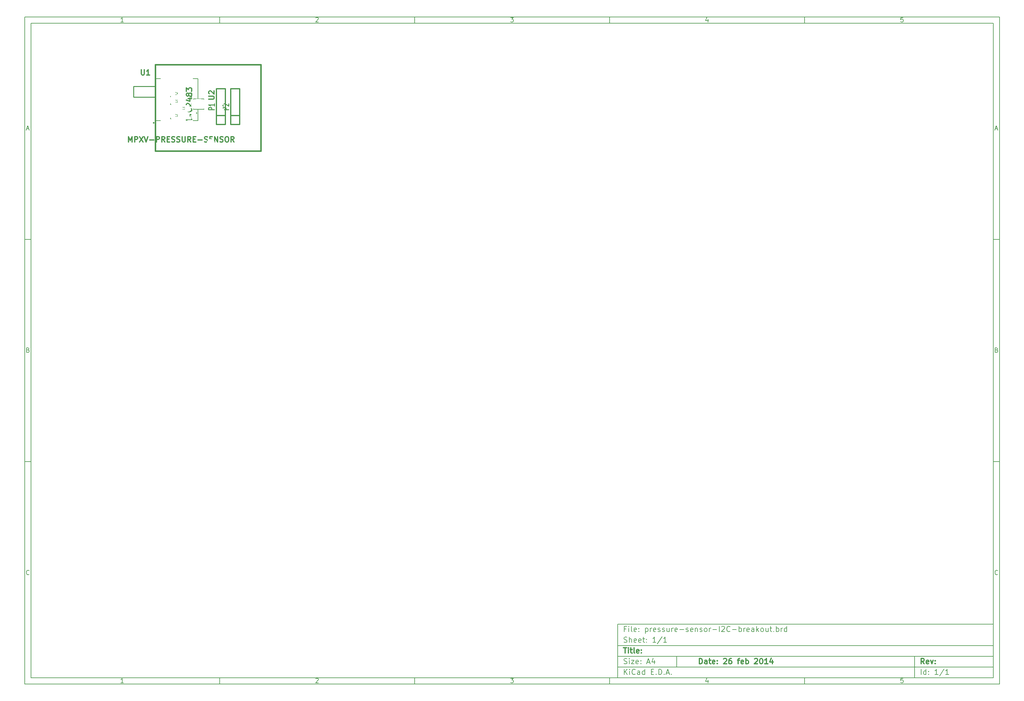
<source format=gto>
G04 (created by PCBNEW-RS274X (2012-apr-16-27)-stable) date Thu 27 Feb 2014 00:38:27 NZDT*
G01*
G70*
G90*
%MOIN*%
G04 Gerber Fmt 3.4, Leading zero omitted, Abs format*
%FSLAX34Y34*%
G04 APERTURE LIST*
%ADD10C,0.006000*%
%ADD11C,0.012000*%
%ADD12C,0.015000*%
%ADD13C,0.005000*%
%ADD14C,0.009600*%
%ADD15C,0.007800*%
%ADD16C,0.015700*%
%ADD17C,0.010700*%
%ADD18R,0.055000X0.075000*%
%ADD19R,0.075000X0.075000*%
%ADD20C,0.075000*%
%ADD21R,0.059300X0.142000*%
%ADD22O,0.051400X0.029800*%
%ADD23R,0.059300X0.113700*%
%ADD24C,0.055000*%
%ADD25C,0.090000*%
G04 APERTURE END LIST*
G54D10*
X04000Y-04000D02*
X113000Y-04000D01*
X113000Y-78670D01*
X04000Y-78670D01*
X04000Y-04000D01*
X04700Y-04700D02*
X112300Y-04700D01*
X112300Y-77970D01*
X04700Y-77970D01*
X04700Y-04700D01*
X25800Y-04000D02*
X25800Y-04700D01*
X15043Y-04552D02*
X14757Y-04552D01*
X14900Y-04552D02*
X14900Y-04052D01*
X14852Y-04124D01*
X14805Y-04171D01*
X14757Y-04195D01*
X25800Y-78670D02*
X25800Y-77970D01*
X15043Y-78522D02*
X14757Y-78522D01*
X14900Y-78522D02*
X14900Y-78022D01*
X14852Y-78094D01*
X14805Y-78141D01*
X14757Y-78165D01*
X47600Y-04000D02*
X47600Y-04700D01*
X36557Y-04100D02*
X36581Y-04076D01*
X36629Y-04052D01*
X36748Y-04052D01*
X36795Y-04076D01*
X36819Y-04100D01*
X36843Y-04148D01*
X36843Y-04195D01*
X36819Y-04267D01*
X36533Y-04552D01*
X36843Y-04552D01*
X47600Y-78670D02*
X47600Y-77970D01*
X36557Y-78070D02*
X36581Y-78046D01*
X36629Y-78022D01*
X36748Y-78022D01*
X36795Y-78046D01*
X36819Y-78070D01*
X36843Y-78118D01*
X36843Y-78165D01*
X36819Y-78237D01*
X36533Y-78522D01*
X36843Y-78522D01*
X69400Y-04000D02*
X69400Y-04700D01*
X58333Y-04052D02*
X58643Y-04052D01*
X58476Y-04243D01*
X58548Y-04243D01*
X58595Y-04267D01*
X58619Y-04290D01*
X58643Y-04338D01*
X58643Y-04457D01*
X58619Y-04505D01*
X58595Y-04529D01*
X58548Y-04552D01*
X58405Y-04552D01*
X58357Y-04529D01*
X58333Y-04505D01*
X69400Y-78670D02*
X69400Y-77970D01*
X58333Y-78022D02*
X58643Y-78022D01*
X58476Y-78213D01*
X58548Y-78213D01*
X58595Y-78237D01*
X58619Y-78260D01*
X58643Y-78308D01*
X58643Y-78427D01*
X58619Y-78475D01*
X58595Y-78499D01*
X58548Y-78522D01*
X58405Y-78522D01*
X58357Y-78499D01*
X58333Y-78475D01*
X91200Y-04000D02*
X91200Y-04700D01*
X80395Y-04219D02*
X80395Y-04552D01*
X80276Y-04029D02*
X80157Y-04386D01*
X80467Y-04386D01*
X91200Y-78670D02*
X91200Y-77970D01*
X80395Y-78189D02*
X80395Y-78522D01*
X80276Y-77999D02*
X80157Y-78356D01*
X80467Y-78356D01*
X102219Y-04052D02*
X101981Y-04052D01*
X101957Y-04290D01*
X101981Y-04267D01*
X102029Y-04243D01*
X102148Y-04243D01*
X102195Y-04267D01*
X102219Y-04290D01*
X102243Y-04338D01*
X102243Y-04457D01*
X102219Y-04505D01*
X102195Y-04529D01*
X102148Y-04552D01*
X102029Y-04552D01*
X101981Y-04529D01*
X101957Y-04505D01*
X102219Y-78022D02*
X101981Y-78022D01*
X101957Y-78260D01*
X101981Y-78237D01*
X102029Y-78213D01*
X102148Y-78213D01*
X102195Y-78237D01*
X102219Y-78260D01*
X102243Y-78308D01*
X102243Y-78427D01*
X102219Y-78475D01*
X102195Y-78499D01*
X102148Y-78522D01*
X102029Y-78522D01*
X101981Y-78499D01*
X101957Y-78475D01*
X04000Y-28890D02*
X04700Y-28890D01*
X04231Y-16510D02*
X04469Y-16510D01*
X04184Y-16652D02*
X04350Y-16152D01*
X04517Y-16652D01*
X113000Y-28890D02*
X112300Y-28890D01*
X112531Y-16510D02*
X112769Y-16510D01*
X112484Y-16652D02*
X112650Y-16152D01*
X112817Y-16652D01*
X04000Y-53780D02*
X04700Y-53780D01*
X04386Y-41280D02*
X04457Y-41304D01*
X04481Y-41328D01*
X04505Y-41376D01*
X04505Y-41447D01*
X04481Y-41495D01*
X04457Y-41519D01*
X04410Y-41542D01*
X04219Y-41542D01*
X04219Y-41042D01*
X04386Y-41042D01*
X04433Y-41066D01*
X04457Y-41090D01*
X04481Y-41138D01*
X04481Y-41185D01*
X04457Y-41233D01*
X04433Y-41257D01*
X04386Y-41280D01*
X04219Y-41280D01*
X113000Y-53780D02*
X112300Y-53780D01*
X112686Y-41280D02*
X112757Y-41304D01*
X112781Y-41328D01*
X112805Y-41376D01*
X112805Y-41447D01*
X112781Y-41495D01*
X112757Y-41519D01*
X112710Y-41542D01*
X112519Y-41542D01*
X112519Y-41042D01*
X112686Y-41042D01*
X112733Y-41066D01*
X112757Y-41090D01*
X112781Y-41138D01*
X112781Y-41185D01*
X112757Y-41233D01*
X112733Y-41257D01*
X112686Y-41280D01*
X112519Y-41280D01*
X04505Y-66385D02*
X04481Y-66409D01*
X04410Y-66432D01*
X04362Y-66432D01*
X04290Y-66409D01*
X04243Y-66361D01*
X04219Y-66313D01*
X04195Y-66218D01*
X04195Y-66147D01*
X04219Y-66051D01*
X04243Y-66004D01*
X04290Y-65956D01*
X04362Y-65932D01*
X04410Y-65932D01*
X04481Y-65956D01*
X04505Y-65980D01*
X112805Y-66385D02*
X112781Y-66409D01*
X112710Y-66432D01*
X112662Y-66432D01*
X112590Y-66409D01*
X112543Y-66361D01*
X112519Y-66313D01*
X112495Y-66218D01*
X112495Y-66147D01*
X112519Y-66051D01*
X112543Y-66004D01*
X112590Y-65956D01*
X112662Y-65932D01*
X112710Y-65932D01*
X112781Y-65956D01*
X112805Y-65980D01*
G54D11*
X79443Y-76413D02*
X79443Y-75813D01*
X79586Y-75813D01*
X79671Y-75841D01*
X79729Y-75899D01*
X79757Y-75956D01*
X79786Y-76070D01*
X79786Y-76156D01*
X79757Y-76270D01*
X79729Y-76327D01*
X79671Y-76384D01*
X79586Y-76413D01*
X79443Y-76413D01*
X80300Y-76413D02*
X80300Y-76099D01*
X80271Y-76041D01*
X80214Y-76013D01*
X80100Y-76013D01*
X80043Y-76041D01*
X80300Y-76384D02*
X80243Y-76413D01*
X80100Y-76413D01*
X80043Y-76384D01*
X80014Y-76327D01*
X80014Y-76270D01*
X80043Y-76213D01*
X80100Y-76184D01*
X80243Y-76184D01*
X80300Y-76156D01*
X80500Y-76013D02*
X80729Y-76013D01*
X80586Y-75813D02*
X80586Y-76327D01*
X80614Y-76384D01*
X80672Y-76413D01*
X80729Y-76413D01*
X81157Y-76384D02*
X81100Y-76413D01*
X80986Y-76413D01*
X80929Y-76384D01*
X80900Y-76327D01*
X80900Y-76099D01*
X80929Y-76041D01*
X80986Y-76013D01*
X81100Y-76013D01*
X81157Y-76041D01*
X81186Y-76099D01*
X81186Y-76156D01*
X80900Y-76213D01*
X81443Y-76356D02*
X81471Y-76384D01*
X81443Y-76413D01*
X81414Y-76384D01*
X81443Y-76356D01*
X81443Y-76413D01*
X81443Y-76041D02*
X81471Y-76070D01*
X81443Y-76099D01*
X81414Y-76070D01*
X81443Y-76041D01*
X81443Y-76099D01*
X82157Y-75870D02*
X82186Y-75841D01*
X82243Y-75813D01*
X82386Y-75813D01*
X82443Y-75841D01*
X82472Y-75870D01*
X82500Y-75927D01*
X82500Y-75984D01*
X82472Y-76070D01*
X82129Y-76413D01*
X82500Y-76413D01*
X83014Y-75813D02*
X82900Y-75813D01*
X82843Y-75841D01*
X82814Y-75870D01*
X82757Y-75956D01*
X82728Y-76070D01*
X82728Y-76299D01*
X82757Y-76356D01*
X82785Y-76384D01*
X82843Y-76413D01*
X82957Y-76413D01*
X83014Y-76384D01*
X83043Y-76356D01*
X83071Y-76299D01*
X83071Y-76156D01*
X83043Y-76099D01*
X83014Y-76070D01*
X82957Y-76041D01*
X82843Y-76041D01*
X82785Y-76070D01*
X82757Y-76099D01*
X82728Y-76156D01*
X83699Y-76013D02*
X83928Y-76013D01*
X83785Y-76413D02*
X83785Y-75899D01*
X83813Y-75841D01*
X83871Y-75813D01*
X83928Y-75813D01*
X84356Y-76384D02*
X84299Y-76413D01*
X84185Y-76413D01*
X84128Y-76384D01*
X84099Y-76327D01*
X84099Y-76099D01*
X84128Y-76041D01*
X84185Y-76013D01*
X84299Y-76013D01*
X84356Y-76041D01*
X84385Y-76099D01*
X84385Y-76156D01*
X84099Y-76213D01*
X84642Y-76413D02*
X84642Y-75813D01*
X84642Y-76041D02*
X84699Y-76013D01*
X84813Y-76013D01*
X84870Y-76041D01*
X84899Y-76070D01*
X84928Y-76127D01*
X84928Y-76299D01*
X84899Y-76356D01*
X84870Y-76384D01*
X84813Y-76413D01*
X84699Y-76413D01*
X84642Y-76384D01*
X85613Y-75870D02*
X85642Y-75841D01*
X85699Y-75813D01*
X85842Y-75813D01*
X85899Y-75841D01*
X85928Y-75870D01*
X85956Y-75927D01*
X85956Y-75984D01*
X85928Y-76070D01*
X85585Y-76413D01*
X85956Y-76413D01*
X86327Y-75813D02*
X86384Y-75813D01*
X86441Y-75841D01*
X86470Y-75870D01*
X86499Y-75927D01*
X86527Y-76041D01*
X86527Y-76184D01*
X86499Y-76299D01*
X86470Y-76356D01*
X86441Y-76384D01*
X86384Y-76413D01*
X86327Y-76413D01*
X86270Y-76384D01*
X86241Y-76356D01*
X86213Y-76299D01*
X86184Y-76184D01*
X86184Y-76041D01*
X86213Y-75927D01*
X86241Y-75870D01*
X86270Y-75841D01*
X86327Y-75813D01*
X87098Y-76413D02*
X86755Y-76413D01*
X86927Y-76413D02*
X86927Y-75813D01*
X86870Y-75899D01*
X86812Y-75956D01*
X86755Y-75984D01*
X87612Y-76013D02*
X87612Y-76413D01*
X87469Y-75784D02*
X87326Y-76213D01*
X87698Y-76213D01*
G54D10*
X71043Y-77613D02*
X71043Y-77013D01*
X71386Y-77613D02*
X71129Y-77270D01*
X71386Y-77013D02*
X71043Y-77356D01*
X71643Y-77613D02*
X71643Y-77213D01*
X71643Y-77013D02*
X71614Y-77041D01*
X71643Y-77070D01*
X71671Y-77041D01*
X71643Y-77013D01*
X71643Y-77070D01*
X72272Y-77556D02*
X72243Y-77584D01*
X72157Y-77613D01*
X72100Y-77613D01*
X72015Y-77584D01*
X71957Y-77527D01*
X71929Y-77470D01*
X71900Y-77356D01*
X71900Y-77270D01*
X71929Y-77156D01*
X71957Y-77099D01*
X72015Y-77041D01*
X72100Y-77013D01*
X72157Y-77013D01*
X72243Y-77041D01*
X72272Y-77070D01*
X72786Y-77613D02*
X72786Y-77299D01*
X72757Y-77241D01*
X72700Y-77213D01*
X72586Y-77213D01*
X72529Y-77241D01*
X72786Y-77584D02*
X72729Y-77613D01*
X72586Y-77613D01*
X72529Y-77584D01*
X72500Y-77527D01*
X72500Y-77470D01*
X72529Y-77413D01*
X72586Y-77384D01*
X72729Y-77384D01*
X72786Y-77356D01*
X73329Y-77613D02*
X73329Y-77013D01*
X73329Y-77584D02*
X73272Y-77613D01*
X73158Y-77613D01*
X73100Y-77584D01*
X73072Y-77556D01*
X73043Y-77499D01*
X73043Y-77327D01*
X73072Y-77270D01*
X73100Y-77241D01*
X73158Y-77213D01*
X73272Y-77213D01*
X73329Y-77241D01*
X74072Y-77299D02*
X74272Y-77299D01*
X74358Y-77613D02*
X74072Y-77613D01*
X74072Y-77013D01*
X74358Y-77013D01*
X74615Y-77556D02*
X74643Y-77584D01*
X74615Y-77613D01*
X74586Y-77584D01*
X74615Y-77556D01*
X74615Y-77613D01*
X74901Y-77613D02*
X74901Y-77013D01*
X75044Y-77013D01*
X75129Y-77041D01*
X75187Y-77099D01*
X75215Y-77156D01*
X75244Y-77270D01*
X75244Y-77356D01*
X75215Y-77470D01*
X75187Y-77527D01*
X75129Y-77584D01*
X75044Y-77613D01*
X74901Y-77613D01*
X75501Y-77556D02*
X75529Y-77584D01*
X75501Y-77613D01*
X75472Y-77584D01*
X75501Y-77556D01*
X75501Y-77613D01*
X75758Y-77441D02*
X76044Y-77441D01*
X75701Y-77613D02*
X75901Y-77013D01*
X76101Y-77613D01*
X76301Y-77556D02*
X76329Y-77584D01*
X76301Y-77613D01*
X76272Y-77584D01*
X76301Y-77556D01*
X76301Y-77613D01*
G54D11*
X104586Y-76413D02*
X104386Y-76127D01*
X104243Y-76413D02*
X104243Y-75813D01*
X104471Y-75813D01*
X104529Y-75841D01*
X104557Y-75870D01*
X104586Y-75927D01*
X104586Y-76013D01*
X104557Y-76070D01*
X104529Y-76099D01*
X104471Y-76127D01*
X104243Y-76127D01*
X105071Y-76384D02*
X105014Y-76413D01*
X104900Y-76413D01*
X104843Y-76384D01*
X104814Y-76327D01*
X104814Y-76099D01*
X104843Y-76041D01*
X104900Y-76013D01*
X105014Y-76013D01*
X105071Y-76041D01*
X105100Y-76099D01*
X105100Y-76156D01*
X104814Y-76213D01*
X105300Y-76013D02*
X105443Y-76413D01*
X105585Y-76013D01*
X105814Y-76356D02*
X105842Y-76384D01*
X105814Y-76413D01*
X105785Y-76384D01*
X105814Y-76356D01*
X105814Y-76413D01*
X105814Y-76041D02*
X105842Y-76070D01*
X105814Y-76099D01*
X105785Y-76070D01*
X105814Y-76041D01*
X105814Y-76099D01*
G54D10*
X71014Y-76384D02*
X71100Y-76413D01*
X71243Y-76413D01*
X71300Y-76384D01*
X71329Y-76356D01*
X71357Y-76299D01*
X71357Y-76241D01*
X71329Y-76184D01*
X71300Y-76156D01*
X71243Y-76127D01*
X71129Y-76099D01*
X71071Y-76070D01*
X71043Y-76041D01*
X71014Y-75984D01*
X71014Y-75927D01*
X71043Y-75870D01*
X71071Y-75841D01*
X71129Y-75813D01*
X71271Y-75813D01*
X71357Y-75841D01*
X71614Y-76413D02*
X71614Y-76013D01*
X71614Y-75813D02*
X71585Y-75841D01*
X71614Y-75870D01*
X71642Y-75841D01*
X71614Y-75813D01*
X71614Y-75870D01*
X71843Y-76013D02*
X72157Y-76013D01*
X71843Y-76413D01*
X72157Y-76413D01*
X72614Y-76384D02*
X72557Y-76413D01*
X72443Y-76413D01*
X72386Y-76384D01*
X72357Y-76327D01*
X72357Y-76099D01*
X72386Y-76041D01*
X72443Y-76013D01*
X72557Y-76013D01*
X72614Y-76041D01*
X72643Y-76099D01*
X72643Y-76156D01*
X72357Y-76213D01*
X72900Y-76356D02*
X72928Y-76384D01*
X72900Y-76413D01*
X72871Y-76384D01*
X72900Y-76356D01*
X72900Y-76413D01*
X72900Y-76041D02*
X72928Y-76070D01*
X72900Y-76099D01*
X72871Y-76070D01*
X72900Y-76041D01*
X72900Y-76099D01*
X73614Y-76241D02*
X73900Y-76241D01*
X73557Y-76413D02*
X73757Y-75813D01*
X73957Y-76413D01*
X74414Y-76013D02*
X74414Y-76413D01*
X74271Y-75784D02*
X74128Y-76213D01*
X74500Y-76213D01*
X104243Y-77613D02*
X104243Y-77013D01*
X104786Y-77613D02*
X104786Y-77013D01*
X104786Y-77584D02*
X104729Y-77613D01*
X104615Y-77613D01*
X104557Y-77584D01*
X104529Y-77556D01*
X104500Y-77499D01*
X104500Y-77327D01*
X104529Y-77270D01*
X104557Y-77241D01*
X104615Y-77213D01*
X104729Y-77213D01*
X104786Y-77241D01*
X105072Y-77556D02*
X105100Y-77584D01*
X105072Y-77613D01*
X105043Y-77584D01*
X105072Y-77556D01*
X105072Y-77613D01*
X105072Y-77241D02*
X105100Y-77270D01*
X105072Y-77299D01*
X105043Y-77270D01*
X105072Y-77241D01*
X105072Y-77299D01*
X106129Y-77613D02*
X105786Y-77613D01*
X105958Y-77613D02*
X105958Y-77013D01*
X105901Y-77099D01*
X105843Y-77156D01*
X105786Y-77184D01*
X106814Y-76984D02*
X106300Y-77756D01*
X107329Y-77613D02*
X106986Y-77613D01*
X107158Y-77613D02*
X107158Y-77013D01*
X107101Y-77099D01*
X107043Y-77156D01*
X106986Y-77184D01*
G54D11*
X70957Y-74613D02*
X71300Y-74613D01*
X71129Y-75213D02*
X71129Y-74613D01*
X71500Y-75213D02*
X71500Y-74813D01*
X71500Y-74613D02*
X71471Y-74641D01*
X71500Y-74670D01*
X71528Y-74641D01*
X71500Y-74613D01*
X71500Y-74670D01*
X71700Y-74813D02*
X71929Y-74813D01*
X71786Y-74613D02*
X71786Y-75127D01*
X71814Y-75184D01*
X71872Y-75213D01*
X71929Y-75213D01*
X72215Y-75213D02*
X72157Y-75184D01*
X72129Y-75127D01*
X72129Y-74613D01*
X72671Y-75184D02*
X72614Y-75213D01*
X72500Y-75213D01*
X72443Y-75184D01*
X72414Y-75127D01*
X72414Y-74899D01*
X72443Y-74841D01*
X72500Y-74813D01*
X72614Y-74813D01*
X72671Y-74841D01*
X72700Y-74899D01*
X72700Y-74956D01*
X72414Y-75013D01*
X72957Y-75156D02*
X72985Y-75184D01*
X72957Y-75213D01*
X72928Y-75184D01*
X72957Y-75156D01*
X72957Y-75213D01*
X72957Y-74841D02*
X72985Y-74870D01*
X72957Y-74899D01*
X72928Y-74870D01*
X72957Y-74841D01*
X72957Y-74899D01*
G54D10*
X71243Y-72499D02*
X71043Y-72499D01*
X71043Y-72813D02*
X71043Y-72213D01*
X71329Y-72213D01*
X71557Y-72813D02*
X71557Y-72413D01*
X71557Y-72213D02*
X71528Y-72241D01*
X71557Y-72270D01*
X71585Y-72241D01*
X71557Y-72213D01*
X71557Y-72270D01*
X71929Y-72813D02*
X71871Y-72784D01*
X71843Y-72727D01*
X71843Y-72213D01*
X72385Y-72784D02*
X72328Y-72813D01*
X72214Y-72813D01*
X72157Y-72784D01*
X72128Y-72727D01*
X72128Y-72499D01*
X72157Y-72441D01*
X72214Y-72413D01*
X72328Y-72413D01*
X72385Y-72441D01*
X72414Y-72499D01*
X72414Y-72556D01*
X72128Y-72613D01*
X72671Y-72756D02*
X72699Y-72784D01*
X72671Y-72813D01*
X72642Y-72784D01*
X72671Y-72756D01*
X72671Y-72813D01*
X72671Y-72441D02*
X72699Y-72470D01*
X72671Y-72499D01*
X72642Y-72470D01*
X72671Y-72441D01*
X72671Y-72499D01*
X73414Y-72413D02*
X73414Y-73013D01*
X73414Y-72441D02*
X73471Y-72413D01*
X73585Y-72413D01*
X73642Y-72441D01*
X73671Y-72470D01*
X73700Y-72527D01*
X73700Y-72699D01*
X73671Y-72756D01*
X73642Y-72784D01*
X73585Y-72813D01*
X73471Y-72813D01*
X73414Y-72784D01*
X73957Y-72813D02*
X73957Y-72413D01*
X73957Y-72527D02*
X73985Y-72470D01*
X74014Y-72441D01*
X74071Y-72413D01*
X74128Y-72413D01*
X74556Y-72784D02*
X74499Y-72813D01*
X74385Y-72813D01*
X74328Y-72784D01*
X74299Y-72727D01*
X74299Y-72499D01*
X74328Y-72441D01*
X74385Y-72413D01*
X74499Y-72413D01*
X74556Y-72441D01*
X74585Y-72499D01*
X74585Y-72556D01*
X74299Y-72613D01*
X74813Y-72784D02*
X74870Y-72813D01*
X74985Y-72813D01*
X75042Y-72784D01*
X75070Y-72727D01*
X75070Y-72699D01*
X75042Y-72641D01*
X74985Y-72613D01*
X74899Y-72613D01*
X74842Y-72584D01*
X74813Y-72527D01*
X74813Y-72499D01*
X74842Y-72441D01*
X74899Y-72413D01*
X74985Y-72413D01*
X75042Y-72441D01*
X75299Y-72784D02*
X75356Y-72813D01*
X75471Y-72813D01*
X75528Y-72784D01*
X75556Y-72727D01*
X75556Y-72699D01*
X75528Y-72641D01*
X75471Y-72613D01*
X75385Y-72613D01*
X75328Y-72584D01*
X75299Y-72527D01*
X75299Y-72499D01*
X75328Y-72441D01*
X75385Y-72413D01*
X75471Y-72413D01*
X75528Y-72441D01*
X76071Y-72413D02*
X76071Y-72813D01*
X75814Y-72413D02*
X75814Y-72727D01*
X75842Y-72784D01*
X75900Y-72813D01*
X75985Y-72813D01*
X76042Y-72784D01*
X76071Y-72756D01*
X76357Y-72813D02*
X76357Y-72413D01*
X76357Y-72527D02*
X76385Y-72470D01*
X76414Y-72441D01*
X76471Y-72413D01*
X76528Y-72413D01*
X76956Y-72784D02*
X76899Y-72813D01*
X76785Y-72813D01*
X76728Y-72784D01*
X76699Y-72727D01*
X76699Y-72499D01*
X76728Y-72441D01*
X76785Y-72413D01*
X76899Y-72413D01*
X76956Y-72441D01*
X76985Y-72499D01*
X76985Y-72556D01*
X76699Y-72613D01*
X77242Y-72584D02*
X77699Y-72584D01*
X77956Y-72784D02*
X78013Y-72813D01*
X78128Y-72813D01*
X78185Y-72784D01*
X78213Y-72727D01*
X78213Y-72699D01*
X78185Y-72641D01*
X78128Y-72613D01*
X78042Y-72613D01*
X77985Y-72584D01*
X77956Y-72527D01*
X77956Y-72499D01*
X77985Y-72441D01*
X78042Y-72413D01*
X78128Y-72413D01*
X78185Y-72441D01*
X78699Y-72784D02*
X78642Y-72813D01*
X78528Y-72813D01*
X78471Y-72784D01*
X78442Y-72727D01*
X78442Y-72499D01*
X78471Y-72441D01*
X78528Y-72413D01*
X78642Y-72413D01*
X78699Y-72441D01*
X78728Y-72499D01*
X78728Y-72556D01*
X78442Y-72613D01*
X78985Y-72413D02*
X78985Y-72813D01*
X78985Y-72470D02*
X79013Y-72441D01*
X79071Y-72413D01*
X79156Y-72413D01*
X79213Y-72441D01*
X79242Y-72499D01*
X79242Y-72813D01*
X79499Y-72784D02*
X79556Y-72813D01*
X79671Y-72813D01*
X79728Y-72784D01*
X79756Y-72727D01*
X79756Y-72699D01*
X79728Y-72641D01*
X79671Y-72613D01*
X79585Y-72613D01*
X79528Y-72584D01*
X79499Y-72527D01*
X79499Y-72499D01*
X79528Y-72441D01*
X79585Y-72413D01*
X79671Y-72413D01*
X79728Y-72441D01*
X80100Y-72813D02*
X80042Y-72784D01*
X80014Y-72756D01*
X79985Y-72699D01*
X79985Y-72527D01*
X80014Y-72470D01*
X80042Y-72441D01*
X80100Y-72413D01*
X80185Y-72413D01*
X80242Y-72441D01*
X80271Y-72470D01*
X80300Y-72527D01*
X80300Y-72699D01*
X80271Y-72756D01*
X80242Y-72784D01*
X80185Y-72813D01*
X80100Y-72813D01*
X80557Y-72813D02*
X80557Y-72413D01*
X80557Y-72527D02*
X80585Y-72470D01*
X80614Y-72441D01*
X80671Y-72413D01*
X80728Y-72413D01*
X80928Y-72584D02*
X81385Y-72584D01*
X81671Y-72813D02*
X81671Y-72213D01*
X81928Y-72270D02*
X81957Y-72241D01*
X82014Y-72213D01*
X82157Y-72213D01*
X82214Y-72241D01*
X82243Y-72270D01*
X82271Y-72327D01*
X82271Y-72384D01*
X82243Y-72470D01*
X81900Y-72813D01*
X82271Y-72813D01*
X82871Y-72756D02*
X82842Y-72784D01*
X82756Y-72813D01*
X82699Y-72813D01*
X82614Y-72784D01*
X82556Y-72727D01*
X82528Y-72670D01*
X82499Y-72556D01*
X82499Y-72470D01*
X82528Y-72356D01*
X82556Y-72299D01*
X82614Y-72241D01*
X82699Y-72213D01*
X82756Y-72213D01*
X82842Y-72241D01*
X82871Y-72270D01*
X83128Y-72584D02*
X83585Y-72584D01*
X83871Y-72813D02*
X83871Y-72213D01*
X83871Y-72441D02*
X83928Y-72413D01*
X84042Y-72413D01*
X84099Y-72441D01*
X84128Y-72470D01*
X84157Y-72527D01*
X84157Y-72699D01*
X84128Y-72756D01*
X84099Y-72784D01*
X84042Y-72813D01*
X83928Y-72813D01*
X83871Y-72784D01*
X84414Y-72813D02*
X84414Y-72413D01*
X84414Y-72527D02*
X84442Y-72470D01*
X84471Y-72441D01*
X84528Y-72413D01*
X84585Y-72413D01*
X85013Y-72784D02*
X84956Y-72813D01*
X84842Y-72813D01*
X84785Y-72784D01*
X84756Y-72727D01*
X84756Y-72499D01*
X84785Y-72441D01*
X84842Y-72413D01*
X84956Y-72413D01*
X85013Y-72441D01*
X85042Y-72499D01*
X85042Y-72556D01*
X84756Y-72613D01*
X85556Y-72813D02*
X85556Y-72499D01*
X85527Y-72441D01*
X85470Y-72413D01*
X85356Y-72413D01*
X85299Y-72441D01*
X85556Y-72784D02*
X85499Y-72813D01*
X85356Y-72813D01*
X85299Y-72784D01*
X85270Y-72727D01*
X85270Y-72670D01*
X85299Y-72613D01*
X85356Y-72584D01*
X85499Y-72584D01*
X85556Y-72556D01*
X85842Y-72813D02*
X85842Y-72213D01*
X85899Y-72584D02*
X86070Y-72813D01*
X86070Y-72413D02*
X85842Y-72641D01*
X86414Y-72813D02*
X86356Y-72784D01*
X86328Y-72756D01*
X86299Y-72699D01*
X86299Y-72527D01*
X86328Y-72470D01*
X86356Y-72441D01*
X86414Y-72413D01*
X86499Y-72413D01*
X86556Y-72441D01*
X86585Y-72470D01*
X86614Y-72527D01*
X86614Y-72699D01*
X86585Y-72756D01*
X86556Y-72784D01*
X86499Y-72813D01*
X86414Y-72813D01*
X87128Y-72413D02*
X87128Y-72813D01*
X86871Y-72413D02*
X86871Y-72727D01*
X86899Y-72784D01*
X86957Y-72813D01*
X87042Y-72813D01*
X87099Y-72784D01*
X87128Y-72756D01*
X87328Y-72413D02*
X87557Y-72413D01*
X87414Y-72213D02*
X87414Y-72727D01*
X87442Y-72784D01*
X87500Y-72813D01*
X87557Y-72813D01*
X87757Y-72756D02*
X87785Y-72784D01*
X87757Y-72813D01*
X87728Y-72784D01*
X87757Y-72756D01*
X87757Y-72813D01*
X88043Y-72813D02*
X88043Y-72213D01*
X88043Y-72441D02*
X88100Y-72413D01*
X88214Y-72413D01*
X88271Y-72441D01*
X88300Y-72470D01*
X88329Y-72527D01*
X88329Y-72699D01*
X88300Y-72756D01*
X88271Y-72784D01*
X88214Y-72813D01*
X88100Y-72813D01*
X88043Y-72784D01*
X88586Y-72813D02*
X88586Y-72413D01*
X88586Y-72527D02*
X88614Y-72470D01*
X88643Y-72441D01*
X88700Y-72413D01*
X88757Y-72413D01*
X89214Y-72813D02*
X89214Y-72213D01*
X89214Y-72784D02*
X89157Y-72813D01*
X89043Y-72813D01*
X88985Y-72784D01*
X88957Y-72756D01*
X88928Y-72699D01*
X88928Y-72527D01*
X88957Y-72470D01*
X88985Y-72441D01*
X89043Y-72413D01*
X89157Y-72413D01*
X89214Y-72441D01*
X71014Y-73984D02*
X71100Y-74013D01*
X71243Y-74013D01*
X71300Y-73984D01*
X71329Y-73956D01*
X71357Y-73899D01*
X71357Y-73841D01*
X71329Y-73784D01*
X71300Y-73756D01*
X71243Y-73727D01*
X71129Y-73699D01*
X71071Y-73670D01*
X71043Y-73641D01*
X71014Y-73584D01*
X71014Y-73527D01*
X71043Y-73470D01*
X71071Y-73441D01*
X71129Y-73413D01*
X71271Y-73413D01*
X71357Y-73441D01*
X71614Y-74013D02*
X71614Y-73413D01*
X71871Y-74013D02*
X71871Y-73699D01*
X71842Y-73641D01*
X71785Y-73613D01*
X71700Y-73613D01*
X71642Y-73641D01*
X71614Y-73670D01*
X72385Y-73984D02*
X72328Y-74013D01*
X72214Y-74013D01*
X72157Y-73984D01*
X72128Y-73927D01*
X72128Y-73699D01*
X72157Y-73641D01*
X72214Y-73613D01*
X72328Y-73613D01*
X72385Y-73641D01*
X72414Y-73699D01*
X72414Y-73756D01*
X72128Y-73813D01*
X72899Y-73984D02*
X72842Y-74013D01*
X72728Y-74013D01*
X72671Y-73984D01*
X72642Y-73927D01*
X72642Y-73699D01*
X72671Y-73641D01*
X72728Y-73613D01*
X72842Y-73613D01*
X72899Y-73641D01*
X72928Y-73699D01*
X72928Y-73756D01*
X72642Y-73813D01*
X73099Y-73613D02*
X73328Y-73613D01*
X73185Y-73413D02*
X73185Y-73927D01*
X73213Y-73984D01*
X73271Y-74013D01*
X73328Y-74013D01*
X73528Y-73956D02*
X73556Y-73984D01*
X73528Y-74013D01*
X73499Y-73984D01*
X73528Y-73956D01*
X73528Y-74013D01*
X73528Y-73641D02*
X73556Y-73670D01*
X73528Y-73699D01*
X73499Y-73670D01*
X73528Y-73641D01*
X73528Y-73699D01*
X74585Y-74013D02*
X74242Y-74013D01*
X74414Y-74013D02*
X74414Y-73413D01*
X74357Y-73499D01*
X74299Y-73556D01*
X74242Y-73584D01*
X75270Y-73384D02*
X74756Y-74156D01*
X75785Y-74013D02*
X75442Y-74013D01*
X75614Y-74013D02*
X75614Y-73413D01*
X75557Y-73499D01*
X75499Y-73556D01*
X75442Y-73584D01*
X70300Y-71970D02*
X70300Y-77970D01*
X70300Y-71970D02*
X112300Y-71970D01*
X70300Y-71970D02*
X112300Y-71970D01*
X70300Y-74370D02*
X112300Y-74370D01*
X103500Y-75570D02*
X103500Y-77970D01*
X70300Y-76770D02*
X112300Y-76770D01*
X70300Y-75570D02*
X112300Y-75570D01*
X76900Y-75570D02*
X76900Y-76770D01*
G54D12*
X30400Y-09350D02*
X18600Y-09350D01*
X30400Y-18950D02*
X30400Y-09350D01*
X18600Y-19000D02*
X30400Y-19000D01*
X18600Y-09350D02*
X18600Y-19000D01*
G54D13*
X20400Y-12900D02*
X20399Y-12909D01*
X20396Y-12919D01*
X20391Y-12927D01*
X20385Y-12935D01*
X20377Y-12941D01*
X20369Y-12946D01*
X20360Y-12948D01*
X20350Y-12949D01*
X20341Y-12949D01*
X20332Y-12946D01*
X20323Y-12941D01*
X20316Y-12935D01*
X20309Y-12928D01*
X20305Y-12919D01*
X20302Y-12910D01*
X20301Y-12900D01*
X20301Y-12891D01*
X20304Y-12882D01*
X20308Y-12873D01*
X20315Y-12866D01*
X20322Y-12859D01*
X20330Y-12855D01*
X20340Y-12852D01*
X20349Y-12851D01*
X20358Y-12851D01*
X20368Y-12854D01*
X20376Y-12858D01*
X20384Y-12864D01*
X20390Y-12872D01*
X20395Y-12880D01*
X20398Y-12889D01*
X20399Y-12899D01*
X20400Y-12900D01*
X20800Y-12900D02*
X20400Y-12900D01*
X20400Y-12900D02*
X20400Y-12300D01*
X20400Y-12300D02*
X20800Y-12300D01*
X21200Y-12300D02*
X21600Y-12300D01*
X21600Y-12300D02*
X21600Y-12900D01*
X21600Y-12900D02*
X21200Y-12900D01*
X22500Y-13950D02*
X22499Y-13959D01*
X22496Y-13969D01*
X22491Y-13977D01*
X22485Y-13985D01*
X22477Y-13991D01*
X22469Y-13996D01*
X22460Y-13998D01*
X22450Y-13999D01*
X22441Y-13999D01*
X22432Y-13996D01*
X22423Y-13991D01*
X22416Y-13985D01*
X22409Y-13978D01*
X22405Y-13969D01*
X22402Y-13960D01*
X22401Y-13950D01*
X22401Y-13941D01*
X22404Y-13932D01*
X22408Y-13923D01*
X22415Y-13916D01*
X22422Y-13909D01*
X22430Y-13905D01*
X22440Y-13902D01*
X22449Y-13901D01*
X22458Y-13901D01*
X22468Y-13904D01*
X22476Y-13908D01*
X22484Y-13914D01*
X22490Y-13922D01*
X22495Y-13930D01*
X22498Y-13939D01*
X22499Y-13949D01*
X22500Y-13950D01*
X22000Y-13950D02*
X22400Y-13950D01*
X22400Y-13950D02*
X22400Y-14550D01*
X22400Y-14550D02*
X22000Y-14550D01*
X21600Y-14550D02*
X21200Y-14550D01*
X21200Y-14550D02*
X21200Y-13950D01*
X21200Y-13950D02*
X21600Y-13950D01*
X20400Y-15350D02*
X20399Y-15359D01*
X20396Y-15369D01*
X20391Y-15377D01*
X20385Y-15385D01*
X20377Y-15391D01*
X20369Y-15396D01*
X20360Y-15398D01*
X20350Y-15399D01*
X20341Y-15399D01*
X20332Y-15396D01*
X20323Y-15391D01*
X20316Y-15385D01*
X20309Y-15378D01*
X20305Y-15369D01*
X20302Y-15360D01*
X20301Y-15350D01*
X20301Y-15341D01*
X20304Y-15332D01*
X20308Y-15323D01*
X20315Y-15316D01*
X20322Y-15309D01*
X20330Y-15305D01*
X20340Y-15302D01*
X20349Y-15301D01*
X20358Y-15301D01*
X20368Y-15304D01*
X20376Y-15308D01*
X20384Y-15314D01*
X20390Y-15322D01*
X20395Y-15330D01*
X20398Y-15339D01*
X20399Y-15349D01*
X20400Y-15350D01*
X20800Y-15350D02*
X20400Y-15350D01*
X20400Y-15350D02*
X20400Y-14750D01*
X20400Y-14750D02*
X20800Y-14750D01*
X21200Y-14750D02*
X21600Y-14750D01*
X21600Y-14750D02*
X21600Y-15350D01*
X21600Y-15350D02*
X21200Y-15350D01*
X20400Y-13750D02*
X20399Y-13759D01*
X20396Y-13769D01*
X20391Y-13777D01*
X20385Y-13785D01*
X20377Y-13791D01*
X20369Y-13796D01*
X20360Y-13798D01*
X20350Y-13799D01*
X20341Y-13799D01*
X20332Y-13796D01*
X20323Y-13791D01*
X20316Y-13785D01*
X20309Y-13778D01*
X20305Y-13769D01*
X20302Y-13760D01*
X20301Y-13750D01*
X20301Y-13741D01*
X20304Y-13732D01*
X20308Y-13723D01*
X20315Y-13716D01*
X20322Y-13709D01*
X20330Y-13705D01*
X20340Y-13702D01*
X20349Y-13701D01*
X20358Y-13701D01*
X20368Y-13704D01*
X20376Y-13708D01*
X20384Y-13714D01*
X20390Y-13722D01*
X20395Y-13730D01*
X20398Y-13739D01*
X20399Y-13749D01*
X20400Y-13750D01*
X20800Y-13750D02*
X20400Y-13750D01*
X20400Y-13750D02*
X20400Y-13150D01*
X20400Y-13150D02*
X20800Y-13150D01*
X21200Y-13150D02*
X21600Y-13150D01*
X21600Y-13150D02*
X21600Y-13750D01*
X21600Y-13750D02*
X21200Y-13750D01*
X23250Y-14750D02*
X23249Y-14759D01*
X23246Y-14769D01*
X23241Y-14777D01*
X23235Y-14785D01*
X23227Y-14791D01*
X23219Y-14796D01*
X23210Y-14798D01*
X23200Y-14799D01*
X23191Y-14799D01*
X23182Y-14796D01*
X23173Y-14791D01*
X23166Y-14785D01*
X23159Y-14778D01*
X23155Y-14769D01*
X23152Y-14760D01*
X23151Y-14750D01*
X23151Y-14741D01*
X23154Y-14732D01*
X23158Y-14723D01*
X23165Y-14716D01*
X23172Y-14709D01*
X23180Y-14705D01*
X23190Y-14702D01*
X23199Y-14701D01*
X23208Y-14701D01*
X23218Y-14704D01*
X23226Y-14708D01*
X23234Y-14714D01*
X23240Y-14722D01*
X23245Y-14730D01*
X23248Y-14739D01*
X23249Y-14749D01*
X23250Y-14750D01*
X22750Y-14750D02*
X23150Y-14750D01*
X23150Y-14750D02*
X23150Y-15350D01*
X23150Y-15350D02*
X22750Y-15350D01*
X22350Y-15350D02*
X21950Y-15350D01*
X21950Y-15350D02*
X21950Y-14750D01*
X21950Y-14750D02*
X22350Y-14750D01*
G54D11*
X27050Y-16050D02*
X27050Y-16050D01*
X28050Y-16050D02*
X27050Y-16050D01*
X27050Y-16050D02*
X27050Y-16050D01*
X27050Y-16050D02*
X27050Y-12050D01*
X27050Y-12050D02*
X28050Y-12050D01*
X28050Y-12050D02*
X28050Y-16050D01*
X28050Y-15050D02*
X27050Y-15050D01*
X25450Y-16050D02*
X25450Y-16050D01*
X26450Y-16050D02*
X25450Y-16050D01*
X25450Y-16050D02*
X25450Y-16050D01*
X25450Y-16050D02*
X25450Y-12050D01*
X25450Y-12050D02*
X26450Y-12050D01*
X26450Y-12050D02*
X26450Y-16050D01*
X26450Y-15050D02*
X25450Y-15050D01*
G54D14*
X16177Y-11774D02*
X18638Y-11774D01*
X18638Y-12955D02*
X16177Y-12955D01*
X16177Y-12955D02*
X16177Y-11774D01*
G54D15*
X18638Y-10888D02*
X19245Y-10888D01*
X22755Y-10888D02*
X23362Y-10888D01*
X23362Y-10888D02*
X23362Y-15612D01*
X18638Y-15612D02*
X19245Y-15612D01*
X22755Y-15612D02*
X23362Y-15612D01*
X18638Y-10888D02*
X18638Y-15612D01*
G54D16*
X18402Y-15848D02*
X18402Y-15848D01*
G54D15*
X24040Y-13160D02*
X24040Y-13249D01*
X24040Y-14251D02*
X24040Y-14340D01*
X24040Y-14340D02*
X22860Y-14340D01*
X22860Y-13160D02*
X22860Y-13249D01*
X22860Y-14251D02*
X22860Y-14340D01*
X24040Y-13160D02*
X22860Y-13160D01*
G54D16*
X22624Y-12924D02*
X22624Y-12924D01*
G54D10*
X27305Y-15305D02*
X27305Y-15795D01*
X27795Y-15795D01*
X27795Y-15305D01*
X27305Y-15305D01*
X27795Y-14550D02*
X27790Y-14597D01*
X27776Y-14643D01*
X27754Y-14685D01*
X27723Y-14722D01*
X27687Y-14753D01*
X27644Y-14775D01*
X27599Y-14789D01*
X27551Y-14794D01*
X27505Y-14790D01*
X27459Y-14777D01*
X27416Y-14755D01*
X27379Y-14725D01*
X27348Y-14688D01*
X27325Y-14646D01*
X27311Y-14600D01*
X27306Y-14553D01*
X27310Y-14506D01*
X27323Y-14460D01*
X27345Y-14418D01*
X27374Y-14380D01*
X27411Y-14349D01*
X27452Y-14326D01*
X27498Y-14311D01*
X27545Y-14306D01*
X27592Y-14309D01*
X27638Y-14322D01*
X27681Y-14344D01*
X27718Y-14373D01*
X27750Y-14409D01*
X27773Y-14451D01*
X27788Y-14496D01*
X27794Y-14544D01*
X27795Y-14550D01*
X27795Y-13550D02*
X27790Y-13597D01*
X27776Y-13643D01*
X27754Y-13685D01*
X27723Y-13722D01*
X27687Y-13753D01*
X27644Y-13775D01*
X27599Y-13789D01*
X27551Y-13794D01*
X27505Y-13790D01*
X27459Y-13777D01*
X27416Y-13755D01*
X27379Y-13725D01*
X27348Y-13688D01*
X27325Y-13646D01*
X27311Y-13600D01*
X27306Y-13553D01*
X27310Y-13506D01*
X27323Y-13460D01*
X27345Y-13418D01*
X27374Y-13380D01*
X27411Y-13349D01*
X27452Y-13326D01*
X27498Y-13311D01*
X27545Y-13306D01*
X27592Y-13309D01*
X27638Y-13322D01*
X27681Y-13344D01*
X27718Y-13373D01*
X27750Y-13409D01*
X27773Y-13451D01*
X27788Y-13496D01*
X27794Y-13544D01*
X27795Y-13550D01*
X27795Y-12550D02*
X27790Y-12597D01*
X27776Y-12643D01*
X27754Y-12685D01*
X27723Y-12722D01*
X27687Y-12753D01*
X27644Y-12775D01*
X27599Y-12789D01*
X27551Y-12794D01*
X27505Y-12790D01*
X27459Y-12777D01*
X27416Y-12755D01*
X27379Y-12725D01*
X27348Y-12688D01*
X27325Y-12646D01*
X27311Y-12600D01*
X27306Y-12553D01*
X27310Y-12506D01*
X27323Y-12460D01*
X27345Y-12418D01*
X27374Y-12380D01*
X27411Y-12349D01*
X27452Y-12326D01*
X27498Y-12311D01*
X27545Y-12306D01*
X27592Y-12309D01*
X27638Y-12322D01*
X27681Y-12344D01*
X27718Y-12373D01*
X27750Y-12409D01*
X27773Y-12451D01*
X27788Y-12496D01*
X27794Y-12544D01*
X27795Y-12550D01*
X25705Y-15305D02*
X25705Y-15795D01*
X26195Y-15795D01*
X26195Y-15305D01*
X25705Y-15305D01*
X26195Y-14550D02*
X26190Y-14597D01*
X26176Y-14643D01*
X26154Y-14685D01*
X26123Y-14722D01*
X26087Y-14753D01*
X26044Y-14775D01*
X25999Y-14789D01*
X25951Y-14794D01*
X25905Y-14790D01*
X25859Y-14777D01*
X25816Y-14755D01*
X25779Y-14725D01*
X25748Y-14688D01*
X25725Y-14646D01*
X25711Y-14600D01*
X25706Y-14553D01*
X25710Y-14506D01*
X25723Y-14460D01*
X25745Y-14418D01*
X25774Y-14380D01*
X25811Y-14349D01*
X25852Y-14326D01*
X25898Y-14311D01*
X25945Y-14306D01*
X25992Y-14309D01*
X26038Y-14322D01*
X26081Y-14344D01*
X26118Y-14373D01*
X26150Y-14409D01*
X26173Y-14451D01*
X26188Y-14496D01*
X26194Y-14544D01*
X26195Y-14550D01*
X26195Y-13550D02*
X26190Y-13597D01*
X26176Y-13643D01*
X26154Y-13685D01*
X26123Y-13722D01*
X26087Y-13753D01*
X26044Y-13775D01*
X25999Y-13789D01*
X25951Y-13794D01*
X25905Y-13790D01*
X25859Y-13777D01*
X25816Y-13755D01*
X25779Y-13725D01*
X25748Y-13688D01*
X25725Y-13646D01*
X25711Y-13600D01*
X25706Y-13553D01*
X25710Y-13506D01*
X25723Y-13460D01*
X25745Y-13418D01*
X25774Y-13380D01*
X25811Y-13349D01*
X25852Y-13326D01*
X25898Y-13311D01*
X25945Y-13306D01*
X25992Y-13309D01*
X26038Y-13322D01*
X26081Y-13344D01*
X26118Y-13373D01*
X26150Y-13409D01*
X26173Y-13451D01*
X26188Y-13496D01*
X26194Y-13544D01*
X26195Y-13550D01*
X26195Y-12550D02*
X26190Y-12597D01*
X26176Y-12643D01*
X26154Y-12685D01*
X26123Y-12722D01*
X26087Y-12753D01*
X26044Y-12775D01*
X25999Y-12789D01*
X25951Y-12794D01*
X25905Y-12790D01*
X25859Y-12777D01*
X25816Y-12755D01*
X25779Y-12725D01*
X25748Y-12688D01*
X25725Y-12646D01*
X25711Y-12600D01*
X25706Y-12553D01*
X25710Y-12506D01*
X25723Y-12460D01*
X25745Y-12418D01*
X25774Y-12380D01*
X25811Y-12349D01*
X25852Y-12326D01*
X25898Y-12311D01*
X25945Y-12306D01*
X25992Y-12309D01*
X26038Y-12322D01*
X26081Y-12344D01*
X26118Y-12373D01*
X26150Y-12409D01*
X26173Y-12451D01*
X26188Y-12496D01*
X26194Y-12544D01*
X26195Y-12550D01*
G54D13*
X20958Y-12677D02*
X20946Y-12689D01*
X20911Y-12701D01*
X20887Y-12701D01*
X20851Y-12689D01*
X20827Y-12665D01*
X20816Y-12642D01*
X20804Y-12594D01*
X20804Y-12558D01*
X20816Y-12511D01*
X20827Y-12487D01*
X20851Y-12463D01*
X20887Y-12451D01*
X20911Y-12451D01*
X20946Y-12463D01*
X20958Y-12475D01*
X21173Y-12535D02*
X21173Y-12701D01*
X21113Y-12439D02*
X21054Y-12618D01*
X21208Y-12618D01*
X21758Y-14327D02*
X21746Y-14339D01*
X21711Y-14351D01*
X21687Y-14351D01*
X21651Y-14339D01*
X21627Y-14315D01*
X21616Y-14292D01*
X21604Y-14244D01*
X21604Y-14208D01*
X21616Y-14161D01*
X21627Y-14137D01*
X21651Y-14113D01*
X21687Y-14101D01*
X21711Y-14101D01*
X21746Y-14113D01*
X21758Y-14125D01*
X21842Y-14101D02*
X21996Y-14101D01*
X21913Y-14196D01*
X21949Y-14196D01*
X21973Y-14208D01*
X21985Y-14220D01*
X21996Y-14244D01*
X21996Y-14304D01*
X21985Y-14327D01*
X21973Y-14339D01*
X21949Y-14351D01*
X21877Y-14351D01*
X21854Y-14339D01*
X21842Y-14327D01*
X20958Y-15127D02*
X20946Y-15139D01*
X20911Y-15151D01*
X20887Y-15151D01*
X20851Y-15139D01*
X20827Y-15115D01*
X20816Y-15092D01*
X20804Y-15044D01*
X20804Y-15008D01*
X20816Y-14961D01*
X20827Y-14937D01*
X20851Y-14913D01*
X20887Y-14901D01*
X20911Y-14901D01*
X20946Y-14913D01*
X20958Y-14925D01*
X21196Y-15151D02*
X21054Y-15151D01*
X21125Y-15151D02*
X21125Y-14901D01*
X21101Y-14937D01*
X21077Y-14961D01*
X21054Y-14973D01*
X20958Y-13527D02*
X20946Y-13539D01*
X20911Y-13551D01*
X20887Y-13551D01*
X20851Y-13539D01*
X20827Y-13515D01*
X20816Y-13492D01*
X20804Y-13444D01*
X20804Y-13408D01*
X20816Y-13361D01*
X20827Y-13337D01*
X20851Y-13313D01*
X20887Y-13301D01*
X20911Y-13301D01*
X20946Y-13313D01*
X20958Y-13325D01*
X21054Y-13325D02*
X21066Y-13313D01*
X21089Y-13301D01*
X21149Y-13301D01*
X21173Y-13313D01*
X21185Y-13325D01*
X21196Y-13349D01*
X21196Y-13373D01*
X21185Y-13408D01*
X21042Y-13551D01*
X21196Y-13551D01*
X22508Y-15151D02*
X22425Y-15032D01*
X22366Y-15151D02*
X22366Y-14901D01*
X22461Y-14901D01*
X22485Y-14913D01*
X22496Y-14925D01*
X22508Y-14949D01*
X22508Y-14985D01*
X22496Y-15008D01*
X22485Y-15020D01*
X22461Y-15032D01*
X22366Y-15032D01*
X22746Y-15151D02*
X22604Y-15151D01*
X22675Y-15151D02*
X22675Y-14901D01*
X22651Y-14937D01*
X22627Y-14961D01*
X22604Y-14973D01*
G54D17*
X26826Y-14366D02*
X26143Y-14366D01*
X26143Y-14203D01*
X26175Y-14162D01*
X26208Y-14142D01*
X26273Y-14122D01*
X26371Y-14122D01*
X26436Y-14142D01*
X26468Y-14162D01*
X26501Y-14203D01*
X26501Y-14366D01*
X26208Y-13958D02*
X26175Y-13938D01*
X26143Y-13897D01*
X26143Y-13795D01*
X26175Y-13755D01*
X26208Y-13734D01*
X26273Y-13714D01*
X26338Y-13714D01*
X26436Y-13734D01*
X26826Y-13979D01*
X26826Y-13714D01*
X25226Y-14366D02*
X24543Y-14366D01*
X24543Y-14203D01*
X24575Y-14162D01*
X24608Y-14142D01*
X24673Y-14122D01*
X24771Y-14122D01*
X24836Y-14142D01*
X24868Y-14162D01*
X24901Y-14203D01*
X24901Y-14366D01*
X25226Y-13714D02*
X25226Y-13958D01*
X25226Y-13836D02*
X24543Y-13836D01*
X24641Y-13877D01*
X24706Y-13918D01*
X24738Y-13958D01*
G54D11*
X17043Y-09893D02*
X17043Y-10379D01*
X17071Y-10436D01*
X17100Y-10464D01*
X17157Y-10493D01*
X17271Y-10493D01*
X17329Y-10464D01*
X17357Y-10436D01*
X17386Y-10379D01*
X17386Y-09893D01*
X17986Y-10493D02*
X17643Y-10493D01*
X17815Y-10493D02*
X17815Y-09893D01*
X17758Y-09979D01*
X17700Y-10036D01*
X17643Y-10064D01*
X15615Y-17993D02*
X15615Y-17393D01*
X15815Y-17821D01*
X16015Y-17393D01*
X16015Y-17993D01*
X16301Y-17993D02*
X16301Y-17393D01*
X16529Y-17393D01*
X16587Y-17421D01*
X16615Y-17450D01*
X16644Y-17507D01*
X16644Y-17593D01*
X16615Y-17650D01*
X16587Y-17679D01*
X16529Y-17707D01*
X16301Y-17707D01*
X16844Y-17393D02*
X17244Y-17993D01*
X17244Y-17393D02*
X16844Y-17993D01*
X17386Y-17393D02*
X17586Y-17993D01*
X17786Y-17393D01*
X17986Y-17764D02*
X18443Y-17764D01*
X18729Y-17993D02*
X18729Y-17393D01*
X18957Y-17393D01*
X19015Y-17421D01*
X19043Y-17450D01*
X19072Y-17507D01*
X19072Y-17593D01*
X19043Y-17650D01*
X19015Y-17679D01*
X18957Y-17707D01*
X18729Y-17707D01*
X19672Y-17993D02*
X19472Y-17707D01*
X19329Y-17993D02*
X19329Y-17393D01*
X19557Y-17393D01*
X19615Y-17421D01*
X19643Y-17450D01*
X19672Y-17507D01*
X19672Y-17593D01*
X19643Y-17650D01*
X19615Y-17679D01*
X19557Y-17707D01*
X19329Y-17707D01*
X19929Y-17679D02*
X20129Y-17679D01*
X20215Y-17993D02*
X19929Y-17993D01*
X19929Y-17393D01*
X20215Y-17393D01*
X20443Y-17964D02*
X20529Y-17993D01*
X20672Y-17993D01*
X20729Y-17964D01*
X20758Y-17936D01*
X20786Y-17879D01*
X20786Y-17821D01*
X20758Y-17764D01*
X20729Y-17736D01*
X20672Y-17707D01*
X20558Y-17679D01*
X20500Y-17650D01*
X20472Y-17621D01*
X20443Y-17564D01*
X20443Y-17507D01*
X20472Y-17450D01*
X20500Y-17421D01*
X20558Y-17393D01*
X20700Y-17393D01*
X20786Y-17421D01*
X21014Y-17964D02*
X21100Y-17993D01*
X21243Y-17993D01*
X21300Y-17964D01*
X21329Y-17936D01*
X21357Y-17879D01*
X21357Y-17821D01*
X21329Y-17764D01*
X21300Y-17736D01*
X21243Y-17707D01*
X21129Y-17679D01*
X21071Y-17650D01*
X21043Y-17621D01*
X21014Y-17564D01*
X21014Y-17507D01*
X21043Y-17450D01*
X21071Y-17421D01*
X21129Y-17393D01*
X21271Y-17393D01*
X21357Y-17421D01*
X21614Y-17393D02*
X21614Y-17879D01*
X21642Y-17936D01*
X21671Y-17964D01*
X21728Y-17993D01*
X21842Y-17993D01*
X21900Y-17964D01*
X21928Y-17936D01*
X21957Y-17879D01*
X21957Y-17393D01*
X22586Y-17993D02*
X22386Y-17707D01*
X22243Y-17993D02*
X22243Y-17393D01*
X22471Y-17393D01*
X22529Y-17421D01*
X22557Y-17450D01*
X22586Y-17507D01*
X22586Y-17593D01*
X22557Y-17650D01*
X22529Y-17679D01*
X22471Y-17707D01*
X22243Y-17707D01*
X22843Y-17679D02*
X23043Y-17679D01*
X23129Y-17993D02*
X22843Y-17993D01*
X22843Y-17393D01*
X23129Y-17393D01*
X23386Y-17764D02*
X23843Y-17764D01*
X24100Y-17964D02*
X24186Y-17993D01*
X24329Y-17993D01*
X24386Y-17964D01*
X24415Y-17936D01*
X24443Y-17879D01*
X24443Y-17821D01*
X24415Y-17764D01*
X24386Y-17736D01*
X24329Y-17707D01*
X24215Y-17679D01*
X24157Y-17650D01*
X24129Y-17621D01*
X24100Y-17564D01*
X24100Y-17507D01*
X24129Y-17450D01*
X24157Y-17421D01*
X24215Y-17393D01*
X24357Y-17393D01*
X24443Y-17421D01*
X24700Y-17679D02*
X24900Y-17679D01*
X24986Y-17993D02*
X24700Y-17993D01*
X24700Y-17393D01*
X24986Y-17393D01*
X25243Y-17993D02*
X25243Y-17393D01*
X25586Y-17993D01*
X25586Y-17393D01*
X25843Y-17964D02*
X25929Y-17993D01*
X26072Y-17993D01*
X26129Y-17964D01*
X26158Y-17936D01*
X26186Y-17879D01*
X26186Y-17821D01*
X26158Y-17764D01*
X26129Y-17736D01*
X26072Y-17707D01*
X25958Y-17679D01*
X25900Y-17650D01*
X25872Y-17621D01*
X25843Y-17564D01*
X25843Y-17507D01*
X25872Y-17450D01*
X25900Y-17421D01*
X25958Y-17393D01*
X26100Y-17393D01*
X26186Y-17421D01*
X26557Y-17393D02*
X26671Y-17393D01*
X26729Y-17421D01*
X26786Y-17479D01*
X26814Y-17593D01*
X26814Y-17793D01*
X26786Y-17907D01*
X26729Y-17964D01*
X26671Y-17993D01*
X26557Y-17993D01*
X26500Y-17964D01*
X26443Y-17907D01*
X26414Y-17793D01*
X26414Y-17593D01*
X26443Y-17479D01*
X26500Y-17421D01*
X26557Y-17393D01*
X27415Y-17993D02*
X27215Y-17707D01*
X27072Y-17993D02*
X27072Y-17393D01*
X27300Y-17393D01*
X27358Y-17421D01*
X27386Y-17450D01*
X27415Y-17507D01*
X27415Y-17593D01*
X27386Y-17650D01*
X27358Y-17679D01*
X27300Y-17707D01*
X27072Y-17707D01*
X24593Y-13207D02*
X25079Y-13207D01*
X25136Y-13179D01*
X25164Y-13150D01*
X25193Y-13093D01*
X25193Y-12979D01*
X25164Y-12921D01*
X25136Y-12893D01*
X25079Y-12864D01*
X24593Y-12864D01*
X24650Y-12607D02*
X24621Y-12578D01*
X24593Y-12521D01*
X24593Y-12378D01*
X24621Y-12321D01*
X24650Y-12292D01*
X24707Y-12264D01*
X24764Y-12264D01*
X24850Y-12292D01*
X25193Y-12635D01*
X25193Y-12264D01*
X22693Y-15234D02*
X22693Y-15520D01*
X22093Y-15520D01*
X22093Y-15120D02*
X22093Y-14777D01*
X22693Y-14948D02*
X22093Y-14948D01*
X22636Y-14234D02*
X22664Y-14263D01*
X22693Y-14349D01*
X22693Y-14406D01*
X22664Y-14491D01*
X22607Y-14549D01*
X22550Y-14577D01*
X22436Y-14606D01*
X22350Y-14606D01*
X22236Y-14577D01*
X22179Y-14549D01*
X22121Y-14491D01*
X22093Y-14406D01*
X22093Y-14349D01*
X22121Y-14263D01*
X22150Y-14234D01*
X22150Y-14006D02*
X22121Y-13977D01*
X22093Y-13920D01*
X22093Y-13777D01*
X22121Y-13720D01*
X22150Y-13691D01*
X22207Y-13663D01*
X22264Y-13663D01*
X22350Y-13691D01*
X22693Y-14034D01*
X22693Y-13663D01*
X22293Y-13149D02*
X22693Y-13149D01*
X22064Y-13292D02*
X22493Y-13435D01*
X22493Y-13063D01*
X22350Y-12749D02*
X22321Y-12807D01*
X22293Y-12835D01*
X22236Y-12864D01*
X22207Y-12864D01*
X22150Y-12835D01*
X22121Y-12807D01*
X22093Y-12749D01*
X22093Y-12635D01*
X22121Y-12578D01*
X22150Y-12549D01*
X22207Y-12521D01*
X22236Y-12521D01*
X22293Y-12549D01*
X22321Y-12578D01*
X22350Y-12635D01*
X22350Y-12749D01*
X22379Y-12807D01*
X22407Y-12835D01*
X22464Y-12864D01*
X22579Y-12864D01*
X22636Y-12835D01*
X22664Y-12807D01*
X22693Y-12749D01*
X22693Y-12635D01*
X22664Y-12578D01*
X22636Y-12549D01*
X22579Y-12521D01*
X22464Y-12521D01*
X22407Y-12549D01*
X22379Y-12578D01*
X22350Y-12635D01*
X22093Y-12321D02*
X22093Y-11950D01*
X22321Y-12150D01*
X22321Y-12064D01*
X22350Y-12007D01*
X22379Y-11978D01*
X22436Y-11950D01*
X22579Y-11950D01*
X22636Y-11978D01*
X22664Y-12007D01*
X22693Y-12064D01*
X22693Y-12236D01*
X22664Y-12293D01*
X22636Y-12321D01*
%LPC*%
G54D18*
X20625Y-12600D03*
X21375Y-12600D03*
X22175Y-14250D03*
X21425Y-14250D03*
X20625Y-15050D03*
X21375Y-15050D03*
X20625Y-13450D03*
X21375Y-13450D03*
X22925Y-15050D03*
X22175Y-15050D03*
G54D19*
X27550Y-15550D03*
G54D20*
X27550Y-14550D03*
X27550Y-13550D03*
X27550Y-12550D03*
G54D19*
X25950Y-15550D03*
G54D20*
X25950Y-14550D03*
X25950Y-13550D03*
X25950Y-12550D03*
G54D21*
X19501Y-16223D03*
X20501Y-16223D03*
X21499Y-16223D03*
X22499Y-16223D03*
X22499Y-10277D03*
X21499Y-10277D03*
X20501Y-10277D03*
X19501Y-10277D03*
G54D22*
X22860Y-13357D03*
X22860Y-13554D03*
X22860Y-13750D03*
X22860Y-13946D03*
X22860Y-14143D03*
X24040Y-14143D03*
X24040Y-13946D03*
X24040Y-13750D03*
X24040Y-13554D03*
X24040Y-13357D03*
G54D23*
X23450Y-13750D03*
G54D24*
X24800Y-11300D03*
X25900Y-11300D03*
G54D25*
X24800Y-18100D03*
X24750Y-15550D03*
G54D24*
X25400Y-10400D03*
X24350Y-10400D03*
M02*

</source>
